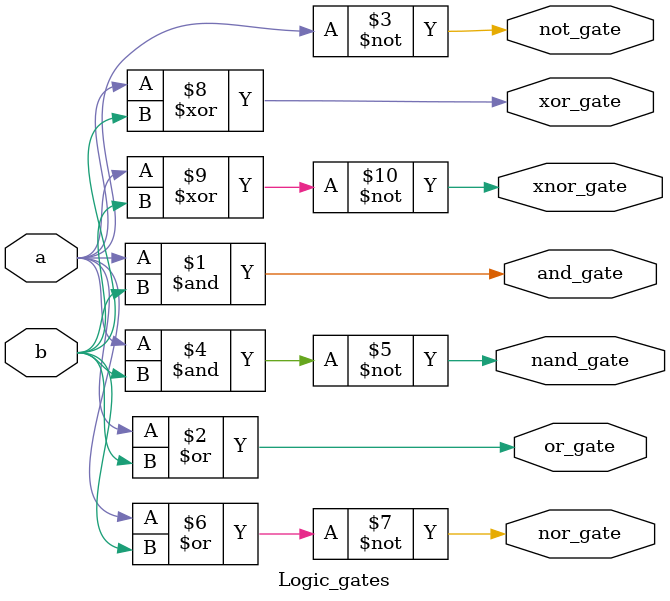
<source format=v>
module Logic_gates(
input wire a,
input wire b,
output wire and_gate,
output wire or_gate,
output wire not_gate,
output wire nand_gate,
output wire nor_gate,
output wire xor_gate,
output wire xnor_gate
);
assign and_gate=a&b;
assign or_gate=a|b;
assign not_gate=~a;
assign nand_gate=~(a&b);
assign nor_gate=~(a|b);
assign xor_gate=a^b;
assign xnor_gate=~(a^b);

endmodule
</source>
